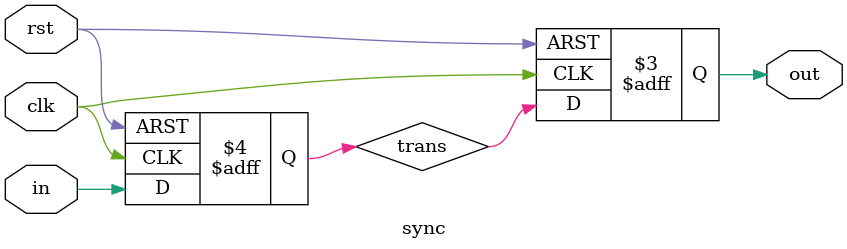
<source format=sv>


module sync(input clk,
            input rst,
            input in,
            output reg out);

reg trans;

always @(posedge clk or negedge rst) begin 
  if (!rst) begin 
    trans <= #TIH 1'b0;
    out   <= #TIH 1'b0;
  end else begin 
    trans <= #TIH in;
    out   <= #TIH trans;
  end
 end 
endmodule 

</source>
